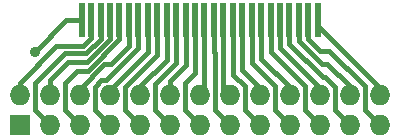
<source format=gtl>
G04 #@! TF.FileFunction,Copper,L1,Top,Signal*
%FSLAX46Y46*%
G04 Gerber Fmt 4.6, Leading zero omitted, Abs format (unit mm)*
G04 Created by KiCad (PCBNEW (2015-01-02 BZR 5348)-product) date 1/13/2015 10:06:43 PM*
%MOMM*%
G01*
G04 APERTURE LIST*
%ADD10C,0.100000*%
%ADD11R,1.727200X1.727200*%
%ADD12O,1.727200X1.727200*%
%ADD13R,0.500000X3.000000*%
%ADD14C,0.889000*%
%ADD15C,0.406400*%
%ADD16C,0.177800*%
%ADD17C,0.254000*%
G04 APERTURE END LIST*
D10*
D11*
X132080000Y-102870000D03*
D12*
X132080000Y-100330000D03*
X134620000Y-102870000D03*
X134620000Y-100330000D03*
X137160000Y-102870000D03*
X137160000Y-100330000D03*
X139700000Y-102870000D03*
X139700000Y-100330000D03*
X142240000Y-102870000D03*
X142240000Y-100330000D03*
X144780000Y-102870000D03*
X144780000Y-100330000D03*
X147320000Y-102870000D03*
X147320000Y-100330000D03*
X149860000Y-102870000D03*
X149860000Y-100330000D03*
X152400000Y-102870000D03*
X152400000Y-100330000D03*
X154940000Y-102870000D03*
X154940000Y-100330000D03*
X157480000Y-102870000D03*
X157480000Y-100330000D03*
X160020000Y-102870000D03*
X160020000Y-100330000D03*
X162560000Y-102870000D03*
X162560000Y-100330000D03*
D13*
X137320000Y-93980000D03*
X138120000Y-93980000D03*
X138920000Y-93980000D03*
X139720000Y-93980000D03*
X140520000Y-93980000D03*
X141320000Y-93980000D03*
X142120000Y-93980000D03*
X142920000Y-93980000D03*
X143720000Y-93980000D03*
X144520000Y-93980000D03*
X145320000Y-93980000D03*
X146120000Y-93980000D03*
X146920000Y-93980000D03*
X147720000Y-93980000D03*
X148520000Y-93980000D03*
X149320000Y-93980000D03*
X150120000Y-93980000D03*
X150920000Y-93980000D03*
X151720000Y-93980000D03*
X152520000Y-93980000D03*
X153320000Y-93980000D03*
X154120000Y-93980000D03*
X154920000Y-93980000D03*
X155720000Y-93980000D03*
X156520000Y-93980000D03*
X157320000Y-93980000D03*
D14*
X133350000Y-96647000D03*
D15*
X136017000Y-93980000D02*
X133350000Y-96647000D01*
X137320000Y-93980000D02*
X136017000Y-93980000D01*
X137477500Y-96139000D02*
X135191500Y-96139000D01*
X135191500Y-96139000D02*
X132080000Y-99250500D01*
X132080000Y-99250500D02*
X132080000Y-100330000D01*
X138120000Y-95496500D02*
X137477500Y-96139000D01*
X138120000Y-93980000D02*
X138120000Y-95496500D01*
D16*
X133350000Y-99314000D02*
X133350000Y-101600000D01*
D15*
X133350000Y-101600000D02*
X134620000Y-102870000D01*
X133350000Y-99314000D02*
X133350000Y-101600000D01*
X133350000Y-101600000D02*
X134620000Y-102870000D01*
X138920000Y-95522000D02*
X137668000Y-96774000D01*
X137668000Y-96774000D02*
X135890000Y-96774000D01*
X135890000Y-96774000D02*
X133350000Y-99314000D01*
X138920000Y-93980000D02*
X138920000Y-95522000D01*
X136080500Y-97599500D02*
X134620000Y-99060000D01*
X134620000Y-99060000D02*
X134620000Y-100330000D01*
X134620000Y-99060000D02*
X134620000Y-100330000D01*
X136080500Y-97599500D02*
X134620000Y-99060000D01*
X139720000Y-95547500D02*
X137795000Y-97472500D01*
X139720000Y-93980000D02*
X139720000Y-95547500D01*
X136207500Y-97472500D02*
X137795000Y-97472500D01*
X136080500Y-97599500D02*
X136207500Y-97472500D01*
X135890000Y-101600000D02*
X137160000Y-102870000D01*
X136715500Y-98488500D02*
X135890000Y-99314000D01*
X135890000Y-99314000D02*
X135890000Y-101600000D01*
X136715500Y-98488500D02*
X135890000Y-99314000D01*
X140520000Y-95573000D02*
X137858500Y-98234500D01*
X140520000Y-93980000D02*
X140520000Y-95573000D01*
X136969500Y-98234500D02*
X137858500Y-98234500D01*
X136715500Y-98488500D02*
X136969500Y-98234500D01*
D16*
X137160000Y-100139500D02*
X137160000Y-100330000D01*
D15*
X137160000Y-100139500D02*
X137160000Y-100330000D01*
X137160000Y-99758500D02*
X137160000Y-100330000D01*
X139255500Y-97663000D02*
X137160000Y-99758500D01*
X141320000Y-96170000D02*
X139827000Y-97663000D01*
X139827000Y-97663000D02*
X139255500Y-97663000D01*
X141320000Y-93980000D02*
X141320000Y-96170000D01*
X142120000Y-96322500D02*
X139382500Y-99060000D01*
X139382500Y-99060000D02*
X139001500Y-99060000D01*
X139001500Y-99060000D02*
X138430000Y-99631500D01*
X138430000Y-99631500D02*
X138430000Y-101600000D01*
X138430000Y-101600000D02*
X139700000Y-102870000D01*
X142120000Y-93980000D02*
X142120000Y-96322500D01*
X139700000Y-99885500D02*
X139700000Y-100330000D01*
X142920000Y-96665500D02*
X139700000Y-99885500D01*
X142920000Y-93980000D02*
X142920000Y-96665500D01*
X140970000Y-101600000D02*
X142240000Y-102870000D01*
X143720000Y-96881500D02*
X140970000Y-99631500D01*
X140970000Y-99631500D02*
X140970000Y-101600000D01*
X143720000Y-93980000D02*
X143720000Y-96881500D01*
X142240000Y-99568000D02*
X142240000Y-100330000D01*
X144520000Y-97288000D02*
X142240000Y-99568000D01*
X144520000Y-93980000D02*
X144520000Y-97288000D01*
X143510000Y-101600000D02*
X144780000Y-102870000D01*
X145320000Y-97567500D02*
X143510000Y-99377500D01*
X143510000Y-99377500D02*
X143510000Y-101600000D01*
X145320000Y-93980000D02*
X145320000Y-97567500D01*
X146120000Y-97783500D02*
X144780000Y-99123500D01*
X144780000Y-99123500D02*
X144780000Y-100330000D01*
X146120000Y-93980000D02*
X146120000Y-97783500D01*
D16*
X146050000Y-101600000D02*
X147320000Y-102870000D01*
D15*
X146050000Y-101600000D02*
X147320000Y-102870000D01*
X146920000Y-98444000D02*
X146050000Y-99314000D01*
X146050000Y-99314000D02*
X146050000Y-101600000D01*
X146920000Y-93980000D02*
X146920000Y-98444000D01*
X147720000Y-99930000D02*
X147320000Y-100330000D01*
X147720000Y-93980000D02*
X147720000Y-99930000D01*
D16*
X148590000Y-101600000D02*
X149860000Y-102870000D01*
D15*
X148590000Y-101600000D02*
X149860000Y-102870000D01*
X148520000Y-96640500D02*
X148590000Y-96710500D01*
X148590000Y-96710500D02*
X148590000Y-101600000D01*
X148520000Y-93980000D02*
X148520000Y-96640500D01*
X149320000Y-99790000D02*
X149860000Y-100330000D01*
X149320000Y-93980000D02*
X149320000Y-99790000D01*
D16*
X151130000Y-101600000D02*
X152400000Y-102870000D01*
D15*
X151130000Y-101600000D02*
X152400000Y-102870000D01*
X150120000Y-98558000D02*
X151130000Y-99568000D01*
X151130000Y-99568000D02*
X151130000Y-101600000D01*
X150120000Y-93980000D02*
X150120000Y-98558000D01*
X152400000Y-99695000D02*
X152400000Y-100330000D01*
X150920000Y-98215000D02*
X152400000Y-99695000D01*
X150920000Y-93980000D02*
X150920000Y-98215000D01*
X153670000Y-101600000D02*
X154940000Y-102870000D01*
X151720000Y-97618000D02*
X153670000Y-99568000D01*
X153670000Y-99568000D02*
X153670000Y-101600000D01*
X151720000Y-93980000D02*
X151720000Y-97618000D01*
X154940000Y-99631500D02*
X154940000Y-100330000D01*
X152520000Y-97211500D02*
X154940000Y-99631500D01*
X152520000Y-93980000D02*
X152520000Y-97211500D01*
X156210000Y-101600000D02*
X157480000Y-102870000D01*
X153320000Y-96614500D02*
X156210000Y-99504500D01*
X156210000Y-99504500D02*
X156210000Y-101600000D01*
X153320000Y-93980000D02*
X153320000Y-96614500D01*
X157480000Y-99695000D02*
X157480000Y-100330000D01*
X154120000Y-96335000D02*
X157480000Y-99695000D01*
X154120000Y-93980000D02*
X154120000Y-96335000D01*
X158750000Y-101600000D02*
X160020000Y-102870000D01*
X158750000Y-99631500D02*
X158750000Y-101600000D01*
X154920000Y-95992000D02*
X157734000Y-98806000D01*
X157734000Y-98806000D02*
X157924500Y-98806000D01*
X157924500Y-98806000D02*
X158750000Y-99631500D01*
X154920000Y-93980000D02*
X154920000Y-95992000D01*
D16*
X160020000Y-99758500D02*
X160020000Y-100330000D01*
D17*
X155720000Y-93980000D02*
X155720000Y-95458500D01*
D15*
X160020000Y-99885500D02*
X160020000Y-100330000D01*
X160020000Y-99568000D02*
X160020000Y-100330000D01*
X155720000Y-95712500D02*
X157670500Y-97663000D01*
X157670500Y-97663000D02*
X158115000Y-97663000D01*
X158115000Y-97663000D02*
X160020000Y-99568000D01*
X155720000Y-93980000D02*
X155720000Y-95712500D01*
X161290000Y-101600000D02*
X162560000Y-102870000D01*
X161290000Y-99568000D02*
X161290000Y-101600000D01*
X156520000Y-95560000D02*
X157543500Y-96583500D01*
X157543500Y-96583500D02*
X158305500Y-96583500D01*
X158305500Y-96583500D02*
X161290000Y-99568000D01*
X156520000Y-93980000D02*
X156520000Y-95560000D01*
X162560000Y-99695000D02*
X162560000Y-100330000D01*
X157320000Y-94455000D02*
X162560000Y-99695000D01*
X157320000Y-93980000D02*
X157320000Y-94455000D01*
M02*

</source>
